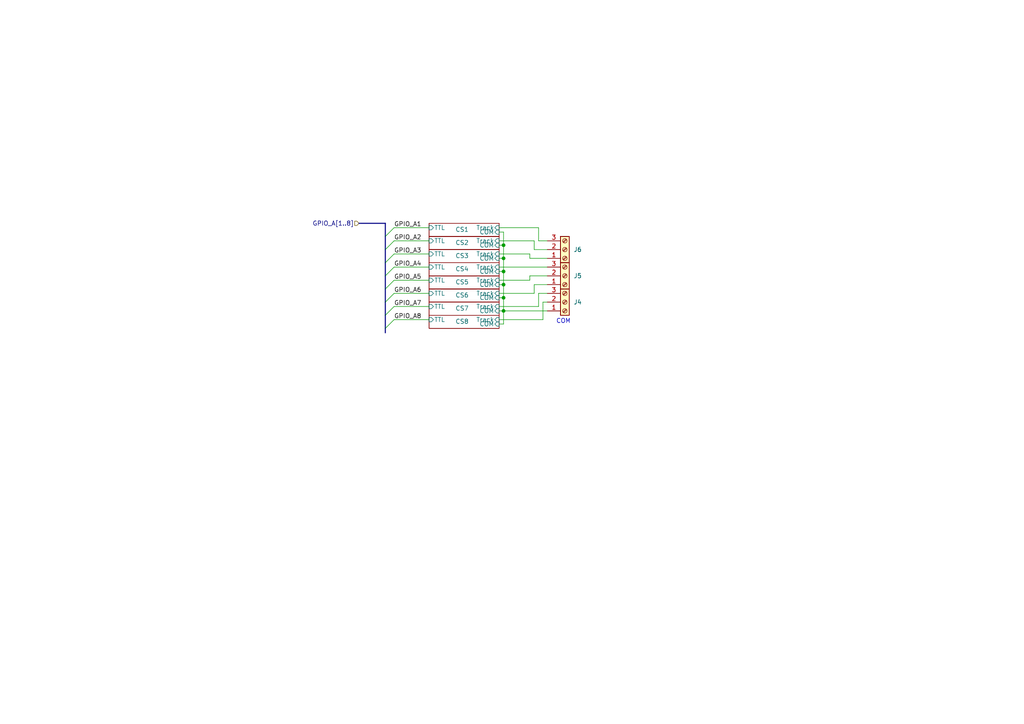
<source format=kicad_sch>
(kicad_sch (version 20231120) (generator "eeschema") (generator_version "8.0")
  (paper "A4")
  (lib_symbols
    (symbol "Connector:Screw_Terminal_01x03" (pin_names (offset 1.016) hide)
      (property "Reference" "J" (at 0 5.08 0))
      (property "Value" "Screw_Terminal_01x03" (at 0 -5.08 0))
      (symbol "Screw_Terminal_01x03_1_1"
        (rectangle (start -1.27 3.81) (end 1.27 -3.81) (stroke (width 0.254)) (fill (type background)))
        (circle (center 0 -2.54) (radius 0.635) (stroke (width 0.1524)))
        (polyline (pts (xy -0.5334 -2.2098) (xy 0.3302 -3.048)) (stroke (width 0.1524)))
        (polyline (pts (xy -0.5334 0.3302) (xy 0.3302 -0.508)) (stroke (width 0.1524)))
        (polyline (pts (xy -0.5334 2.8702) (xy 0.3302 2.032)) (stroke (width 0.1524)))
        (polyline (pts (xy -0.3556 -2.032) (xy 0.508 -2.8702)) (stroke (width 0.1524)))
        (polyline (pts (xy -0.3556 0.508) (xy 0.508 -0.3302)) (stroke (width 0.1524)))
        (polyline (pts (xy -0.3556 3.048) (xy 0.508 2.2098)) (stroke (width 0.1524)))
        (circle (center 0 0) (radius 0.635) (stroke (width 0.1524)))
        (circle (center 0 2.54) (radius 0.635) (stroke (width 0.1524)))
        (pin passive line (at -5.08 2.54 0) (length 3.81) (name "Pin_1") (number "1"))
        (pin passive line (at -5.08 0 0) (length 3.81) (name "Pin_2") (number "2"))
        (pin passive line (at -5.08 -2.54 0) (length 3.81) (name "Pin_3") (number "3"))
      )
    )
  )
  (junction (at 146.05 78.74))
  (junction (at 146.05 86.36))
  (junction (at 146.05 71.12))
  (junction (at 146.05 74.93))
  (junction (at 146.05 90.17))
  (junction (at 146.05 82.55))
  (bus_entry (at 114.3 85.09) (size -2.54 2.54))
  (bus_entry (at 114.3 77.47) (size -2.54 2.54))
  (bus_entry (at 114.3 66.04) (size -2.54 2.54))
  (bus_entry (at 114.3 88.9) (size -2.54 2.54))
  (bus_entry (at 114.3 92.71) (size -2.54 2.54))
  (bus_entry (at 114.3 81.28) (size -2.54 2.54))
  (bus_entry (at 114.3 69.85) (size -2.54 2.54))
  (bus_entry (at 114.3 73.66) (size -2.54 2.54))
  (wire (pts (xy 144.78 73.66) (xy 153.67 73.66)))
  (wire (pts (xy 146.05 90.17) (xy 158.75 90.17)))
  (wire (pts (xy 146.05 71.12) (xy 146.05 74.93)))
  (wire (pts (xy 124.46 85.09) (xy 114.3 85.09)))
  (wire (pts (xy 146.05 86.36) (xy 146.05 90.17)))
  (wire (pts (xy 156.21 85.09) (xy 158.75 85.09)))
  (wire (pts (xy 153.67 74.93) (xy 158.75 74.93)))
  (wire (pts (xy 156.21 66.04) (xy 156.21 69.85)))
  (wire (pts (xy 124.46 88.9) (xy 114.3 88.9)))
  (wire (pts (xy 146.05 74.93) (xy 144.78 74.93)))
  (wire (pts (xy 146.05 71.12) (xy 144.78 71.12)))
  (wire (pts (xy 156.21 69.85) (xy 158.75 69.85)))
  (wire (pts (xy 124.46 73.66) (xy 114.3 73.66)))
  (bus (pts (xy 111.76 76.2) (xy 111.76 80.01)))
  (bus (pts (xy 111.76 68.58) (xy 111.76 72.39)))
  (wire (pts (xy 146.05 74.93) (xy 146.05 78.74)))
  (wire (pts (xy 153.67 73.66) (xy 153.67 74.93)))
  (wire (pts (xy 144.78 69.85) (xy 154.94 69.85)))
  (bus (pts (xy 111.76 64.77) (xy 111.76 68.58)))
  (wire (pts (xy 146.05 86.36) (xy 144.78 86.36)))
  (bus (pts (xy 111.76 64.77) (xy 104.14 64.77)))
  (wire (pts (xy 144.78 77.47) (xy 158.75 77.47)))
  (wire (pts (xy 157.48 92.71) (xy 157.48 87.63)))
  (bus (pts (xy 111.76 87.63) (xy 111.76 91.44)))
  (wire (pts (xy 144.78 67.31) (xy 146.05 67.31)))
  (wire (pts (xy 146.05 82.55) (xy 146.05 86.36)))
  (wire (pts (xy 144.78 66.04) (xy 156.21 66.04)))
  (wire (pts (xy 153.67 81.28) (xy 153.67 80.01)))
  (wire (pts (xy 156.21 88.9) (xy 156.21 85.09)))
  (wire (pts (xy 146.05 90.17) (xy 144.78 90.17)))
  (wire (pts (xy 124.46 69.85) (xy 114.3 69.85)))
  (wire (pts (xy 154.94 82.55) (xy 158.75 82.55)))
  (wire (pts (xy 124.46 81.28) (xy 114.3 81.28)))
  (bus (pts (xy 111.76 72.39) (xy 111.76 76.2)))
  (wire (pts (xy 124.46 66.04) (xy 114.3 66.04)))
  (wire (pts (xy 144.78 88.9) (xy 156.21 88.9)))
  (wire (pts (xy 154.94 69.85) (xy 154.94 72.39)))
  (wire (pts (xy 154.94 85.09) (xy 154.94 82.55)))
  (bus (pts (xy 111.76 83.82) (xy 111.76 87.63)))
  (wire (pts (xy 146.05 90.17) (xy 146.05 93.98)))
  (wire (pts (xy 124.46 92.71) (xy 114.3 92.71)))
  (wire (pts (xy 124.46 77.47) (xy 114.3 77.47)))
  (wire (pts (xy 154.94 72.39) (xy 158.75 72.39)))
  (wire (pts (xy 146.05 67.31) (xy 146.05 71.12)))
  (wire (pts (xy 144.78 92.71) (xy 157.48 92.71)))
  (wire (pts (xy 144.78 81.28) (xy 153.67 81.28)))
  (wire (pts (xy 144.78 85.09) (xy 154.94 85.09)))
  (bus (pts (xy 111.76 91.44) (xy 111.76 95.25)))
  (bus (pts (xy 111.76 95.25) (xy 111.76 96.52)))
  (wire (pts (xy 153.67 80.01) (xy 158.75 80.01)))
  (wire (pts (xy 157.48 87.63) (xy 158.75 87.63)))
  (bus (pts (xy 111.76 80.01) (xy 111.76 83.82)))
  (wire (pts (xy 146.05 82.55) (xy 144.78 82.55)))
  (wire (pts (xy 146.05 93.98) (xy 144.78 93.98)))
  (wire (pts (xy 146.05 78.74) (xy 146.05 82.55)))
  (wire (pts (xy 146.05 78.74) (xy 144.78 78.74)))
  (text "COM" (at 161.29 93.98 0) (effects (font (size 1.27 1.27)) (justify left bottom)))
  (label "GPIO_A4" (at 114.3 77.47 0))
  (label "GPIO_A8" (at 114.3 92.71 0))
  (label "GPIO_A1" (at 114.3 66.04 0))
  (label "GPIO_A6" (at 114.3 85.09 0))
  (label "GPIO_A3" (at 114.3 73.66 0))
  (label "GPIO_A7" (at 114.3 88.9 0))
  (label "GPIO_A5" (at 114.3 81.28 0))
  (label "GPIO_A2" (at 114.3 69.85 0))
  (hierarchical_label "GPIO_A[1..8]" (shape input) (at 104.14 64.77 180))
  (symbol (lib_id "Connector:Screw_Terminal_01x03") (at 163.83 87.63 0) (mirror x) (unit 1)
    (property "Reference" "J4" (at 166.37 87.63 0) (effects (justify left)))
    (property "Value" "Screw_Terminal_01x03" (effects (hide yes)))
    (property "Footprint" "TerminalBlock_Phoenix:TerminalBlock_Phoenix_MKDS-1,5-3-5.08_1x03_P5.08mm_Horizontal" (effects (hide yes)))
    (property "JLCPCB Part#" "C557666" (effects (hide yes)))
    (instances (project "occupancyDecoder_CS" (path "" (reference "J4") (unit 1))) (project "OS-S88n" (path "" (reference "J101") (unit 1))))
  )
  (symbol (lib_id "Connector:Screw_Terminal_01x03") (at 163.83 80.01 0) (mirror x) (unit 1)
    (property "Reference" "J5" (at 166.37 80.01 0) (effects (justify left)))
    (property "Value" "Screw_Terminal_01x03" (effects (hide yes)))
    (property "Footprint" "TerminalBlock_Phoenix:TerminalBlock_Phoenix_MKDS-1,5-3-5.08_1x03_P5.08mm_Horizontal" (effects (hide yes)))
    (property "JLCPCB Part#" "C557666" (effects (hide yes)))
    (instances (project "occupancyDecoder_CS" (path "" (reference "J5") (unit 1))) (project "OS-S88n" (path "" (reference "J101") (unit 1))))
  )
  (symbol (lib_id "Connector:Screw_Terminal_01x03") (at 163.83 72.39 0) (mirror x) (unit 1)
    (property "Reference" "J6" (at 166.37 72.39 0) (effects (justify left)))
    (property "Value" "Screw_Terminal_01x03" (effects (hide yes)))
    (property "Footprint" "TerminalBlock_Phoenix:TerminalBlock_Phoenix_MKDS-1,5-3-5.08_1x03_P5.08mm_Horizontal" (effects (hide yes)))
    (property "JLCPCB Part#" "C557666" (effects (hide yes)))
    (instances (project "occupancyDecoder_CS" (path "" (reference "J6") (unit 1))) (project "OS-S88n" (path "" (reference "J101") (unit 1))))
  )
  (sheet (at 124.46 68.58) (size 20.32 3.81) (stroke (width 0.1524))
    (property "Sheetname" "CS2" (at 132.08 71.12 0) (effects (justify left bottom)))
    (property "Sheetfile" "currentSense.kicad_sch" (effects (hide yes)))
    (pin "Track" input (at 144.78 69.85 0))
    (pin "COM" input (at 144.78 71.12 0))
    (pin "TTL" input (at 124.46 69.85 180))
  )
  (sheet (at 124.46 91.44) (size 20.32 3.81) (stroke (width 0.1524))
    (property "Sheetname" "CS8" (at 132.08 93.98 0) (effects (justify left bottom)))
    (property "Sheetfile" "currentSense.kicad_sch" (effects (hide yes)))
    (pin "Track" input (at 144.78 92.71 0))
    (pin "COM" input (at 144.78 93.98 0))
    (pin "TTL" input (at 124.46 92.71 180))
  )
  (sheet (at 124.46 72.39) (size 20.32 3.81) (stroke (width 0.1524))
    (property "Sheetname" "CS3" (at 132.08 74.93 0) (effects (justify left bottom)))
    (property "Sheetfile" "currentSense.kicad_sch" (effects (hide yes)))
    (pin "Track" input (at 144.78 73.66 0))
    (pin "COM" input (at 144.78 74.93 0))
    (pin "TTL" input (at 124.46 73.66 180))
  )
  (sheet (at 124.46 64.77) (size 20.32 3.81) (stroke (width 0.1524))
    (property "Sheetname" "CS1" (at 132.08 67.31 0) (effects (justify left bottom)))
    (property "Sheetfile" "currentSense.kicad_sch" (effects (hide yes)))
    (pin "Track" input (at 144.78 66.04 0))
    (pin "COM" input (at 144.78 67.31 0))
    (pin "TTL" input (at 124.46 66.04 180))
  )
  (sheet (at 124.46 83.82) (size 20.32 3.81) (stroke (width 0.1524))
    (property "Sheetname" "CS6" (at 132.08 86.36 0) (effects (justify left bottom)))
    (property "Sheetfile" "currentSense.kicad_sch" (effects (hide yes)))
    (pin "Track" input (at 144.78 85.09 0))
    (pin "COM" input (at 144.78 86.36 0))
    (pin "TTL" input (at 124.46 85.09 180))
  )
  (sheet (at 124.46 87.63) (size 20.32 3.81) (stroke (width 0.1524))
    (property "Sheetname" "CS7" (at 132.08 90.17 0) (effects (justify left bottom)))
    (property "Sheetfile" "currentSense.kicad_sch" (effects (hide yes)))
    (pin "Track" input (at 144.78 88.9 0))
    (pin "COM" input (at 144.78 90.17 0))
    (pin "TTL" input (at 124.46 88.9 180))
  )
  (sheet (at 124.46 80.01) (size 20.32 3.81) (stroke (width 0.1524))
    (property "Sheetname" "CS5" (at 132.08 82.55 0) (effects (justify left bottom)))
    (property "Sheetfile" "currentSense.kicad_sch" (effects (hide yes)))
    (pin "Track" input (at 144.78 81.28 0))
    (pin "COM" input (at 144.78 82.55 0))
    (pin "TTL" input (at 124.46 81.28 180))
  )
  (sheet (at 124.46 76.2) (size 20.32 3.81) (stroke (width 0.1524))
    (property "Sheetname" "CS4" (at 132.08 78.74 0) (effects (justify left bottom)))
    (property "Sheetfile" "currentSense.kicad_sch" (effects (hide yes)))
    (pin "Track" input (at 144.78 77.47 0))
    (pin "COM" input (at 144.78 78.74 0))
    (pin "TTL" input (at 124.46 77.47 180))
  )
)
</source>
